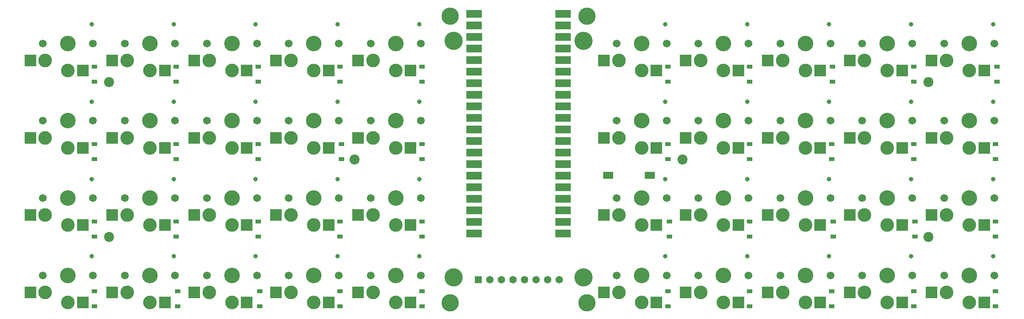
<source format=gbr>
G04 #@! TF.GenerationSoftware,KiCad,Pcbnew,(6.0.4-0)*
G04 #@! TF.CreationDate,2022-10-01T00:01:48-05:00*
G04 #@! TF.ProjectId,keezyboost40,6b65657a-7962-46f6-9f73-7434302e6b69,rev?*
G04 #@! TF.SameCoordinates,Original*
G04 #@! TF.FileFunction,Soldermask,Bot*
G04 #@! TF.FilePolarity,Negative*
%FSLAX46Y46*%
G04 Gerber Fmt 4.6, Leading zero omitted, Abs format (unit mm)*
G04 Created by KiCad (PCBNEW (6.0.4-0)) date 2022-10-01 00:01:48*
%MOMM*%
%LPD*%
G01*
G04 APERTURE LIST*
%ADD10C,3.429000*%
%ADD11C,0.990600*%
%ADD12C,1.701800*%
%ADD13C,3.000000*%
%ADD14R,2.600000X2.600000*%
%ADD15C,2.200000*%
%ADD16C,3.800000*%
%ADD17C,4.000000*%
%ADD18R,1.650000X1.650000*%
%ADD19C,1.650000*%
%ADD20R,1.200000X0.900000*%
%ADD21R,3.500000X1.700000*%
%ADD22O,1.700000X1.700000*%
%ADD23R,1.700000X1.700000*%
%ADD24R,2.180000X1.600000*%
G04 APERTURE END LIST*
D10*
X202000000Y-55000000D03*
D11*
X207220000Y-50800000D03*
D12*
X196500000Y-55000000D03*
D13*
X202000000Y-60950000D03*
D12*
X207500000Y-55000000D03*
D13*
X197000000Y-58750000D03*
D14*
X205275000Y-60950000D03*
X193725000Y-58750000D03*
D12*
X52500000Y-38000000D03*
X63500000Y-38000000D03*
D11*
X63220000Y-33800000D03*
D13*
X53000000Y-41750000D03*
D10*
X58000000Y-38000000D03*
D13*
X58000000Y-43950000D03*
D14*
X61275000Y-43950000D03*
X49725000Y-41750000D03*
D11*
X99220000Y-16800000D03*
D12*
X88500000Y-21000000D03*
X99500000Y-21000000D03*
D13*
X89000000Y-24750000D03*
D10*
X94000000Y-21000000D03*
D13*
X94000000Y-26950000D03*
D14*
X97275000Y-26950000D03*
X85725000Y-24750000D03*
D15*
X85000000Y-46500000D03*
D11*
X81220000Y-67800000D03*
D13*
X76000000Y-77950000D03*
X71000000Y-75750000D03*
D12*
X70500000Y-72000000D03*
D10*
X76000000Y-72000000D03*
D12*
X81500000Y-72000000D03*
D14*
X79275000Y-77950000D03*
X67725000Y-75750000D03*
D13*
X148000000Y-77950000D03*
D12*
X142500000Y-72000000D03*
D10*
X148000000Y-72000000D03*
D11*
X153220000Y-67800000D03*
D13*
X143000000Y-75750000D03*
D12*
X153500000Y-72000000D03*
D14*
X151275000Y-77950000D03*
X139725000Y-75750000D03*
D11*
X189220000Y-16800000D03*
D12*
X189500000Y-21000000D03*
D13*
X179000000Y-24750000D03*
D12*
X178500000Y-21000000D03*
D13*
X184000000Y-26950000D03*
D10*
X184000000Y-21000000D03*
D14*
X187275000Y-26950000D03*
X175725000Y-24750000D03*
D13*
X22000000Y-26950000D03*
X17000000Y-24750000D03*
D11*
X27220000Y-16800000D03*
D12*
X27500000Y-21000000D03*
X16500000Y-21000000D03*
D10*
X22000000Y-21000000D03*
D14*
X25275000Y-26950000D03*
X13725000Y-24750000D03*
D13*
X35000000Y-41750000D03*
X40000000Y-43950000D03*
D12*
X34500000Y-38000000D03*
D11*
X45220000Y-33800000D03*
D12*
X45500000Y-38000000D03*
D10*
X40000000Y-38000000D03*
D14*
X43275000Y-43950000D03*
X31725000Y-41750000D03*
D11*
X81220000Y-33800000D03*
D13*
X71000000Y-41750000D03*
D12*
X81500000Y-38000000D03*
D10*
X76000000Y-38000000D03*
D12*
X70500000Y-38000000D03*
D13*
X76000000Y-43950000D03*
D14*
X79275000Y-43950000D03*
X67725000Y-41750000D03*
D12*
X45500000Y-72000000D03*
D13*
X35000000Y-75750000D03*
D12*
X34500000Y-72000000D03*
D10*
X40000000Y-72000000D03*
D11*
X45220000Y-67800000D03*
D13*
X40000000Y-77950000D03*
D14*
X43275000Y-77950000D03*
X31725000Y-75750000D03*
D13*
X220000000Y-43950000D03*
D12*
X214500000Y-38000000D03*
X225500000Y-38000000D03*
D13*
X215000000Y-41750000D03*
D10*
X220000000Y-38000000D03*
D11*
X225220000Y-33800000D03*
D14*
X223275000Y-43950000D03*
X211725000Y-41750000D03*
D10*
X22000000Y-55000000D03*
D12*
X27500000Y-55000000D03*
D11*
X27220000Y-50800000D03*
D12*
X16500000Y-55000000D03*
D13*
X17000000Y-58750000D03*
X22000000Y-60950000D03*
D14*
X25275000Y-60950000D03*
X13725000Y-58750000D03*
D12*
X34500000Y-21000000D03*
D11*
X45220000Y-16800000D03*
D10*
X40000000Y-21000000D03*
D13*
X35000000Y-24750000D03*
D12*
X45500000Y-21000000D03*
D13*
X40000000Y-26950000D03*
D14*
X43275000Y-26950000D03*
X31725000Y-24750000D03*
D12*
X99500000Y-72000000D03*
X88500000Y-72000000D03*
D13*
X89000000Y-75750000D03*
D11*
X99220000Y-67800000D03*
D13*
X94000000Y-77950000D03*
D10*
X94000000Y-72000000D03*
D14*
X97275000Y-77950000D03*
X85725000Y-75750000D03*
D13*
X197000000Y-24750000D03*
D12*
X196500000Y-21000000D03*
D10*
X202000000Y-21000000D03*
D13*
X202000000Y-26950000D03*
D11*
X207220000Y-16800000D03*
D12*
X207500000Y-21000000D03*
D14*
X205275000Y-26950000D03*
X193725000Y-24750000D03*
D11*
X207220000Y-67800000D03*
D13*
X197000000Y-75750000D03*
D12*
X207500000Y-72000000D03*
X196500000Y-72000000D03*
D13*
X202000000Y-77950000D03*
D10*
X202000000Y-72000000D03*
D14*
X205275000Y-77950000D03*
X193725000Y-75750000D03*
D11*
X225220000Y-50800000D03*
D10*
X220000000Y-55000000D03*
D12*
X214500000Y-55000000D03*
D13*
X220000000Y-60950000D03*
X215000000Y-58750000D03*
D12*
X225500000Y-55000000D03*
D14*
X223275000Y-60950000D03*
X211725000Y-58750000D03*
D11*
X27220000Y-33800000D03*
D12*
X27500000Y-38000000D03*
D13*
X17000000Y-41750000D03*
D10*
X22000000Y-38000000D03*
D12*
X16500000Y-38000000D03*
D13*
X22000000Y-43950000D03*
D14*
X25275000Y-43950000D03*
X13725000Y-41750000D03*
D13*
X53000000Y-58750000D03*
D12*
X52500000Y-55000000D03*
D10*
X58000000Y-55000000D03*
D11*
X63220000Y-50800000D03*
D12*
X63500000Y-55000000D03*
D13*
X58000000Y-60950000D03*
D14*
X61275000Y-60950000D03*
X49725000Y-58750000D03*
D12*
X207500000Y-38000000D03*
D13*
X202000000Y-43950000D03*
D11*
X207220000Y-33800000D03*
D12*
X196500000Y-38000000D03*
D13*
X197000000Y-41750000D03*
D10*
X202000000Y-38000000D03*
D14*
X205275000Y-43950000D03*
X193725000Y-41750000D03*
D13*
X143000000Y-58750000D03*
D12*
X142500000Y-55000000D03*
D10*
X148000000Y-55000000D03*
D13*
X148000000Y-60950000D03*
D11*
X153220000Y-50800000D03*
D12*
X153500000Y-55000000D03*
D14*
X151275000Y-60950000D03*
X139725000Y-58750000D03*
D12*
X178500000Y-38000000D03*
D13*
X179000000Y-41750000D03*
D12*
X189500000Y-38000000D03*
D10*
X184000000Y-38000000D03*
D13*
X184000000Y-43950000D03*
D11*
X189220000Y-33800000D03*
D14*
X187275000Y-43950000D03*
X175725000Y-41750000D03*
D15*
X31000000Y-63500000D03*
D13*
X179000000Y-75750000D03*
D12*
X178500000Y-72000000D03*
D10*
X184000000Y-72000000D03*
D13*
X184000000Y-77950000D03*
D11*
X189220000Y-67800000D03*
D12*
X189500000Y-72000000D03*
D14*
X187275000Y-77950000D03*
X175725000Y-75750000D03*
D11*
X63220000Y-67800000D03*
D12*
X63500000Y-72000000D03*
D13*
X58000000Y-77950000D03*
D10*
X58000000Y-72000000D03*
D12*
X52500000Y-72000000D03*
D13*
X53000000Y-75750000D03*
D14*
X61275000Y-77950000D03*
X49725000Y-75750000D03*
D11*
X225220000Y-67800000D03*
D12*
X214500000Y-72000000D03*
X225500000Y-72000000D03*
D13*
X220000000Y-77950000D03*
X215000000Y-75750000D03*
D10*
X220000000Y-72000000D03*
D14*
X223275000Y-77950000D03*
X211725000Y-75750000D03*
D12*
X225500000Y-21000000D03*
D11*
X225220000Y-16800000D03*
D12*
X214500000Y-21000000D03*
D10*
X220000000Y-21000000D03*
D13*
X220000000Y-26950000D03*
X215000000Y-24750000D03*
D14*
X223275000Y-26950000D03*
X211725000Y-24750000D03*
D15*
X31000000Y-29500000D03*
D12*
X99500000Y-38000000D03*
D11*
X99220000Y-33800000D03*
D12*
X88500000Y-38000000D03*
D13*
X89000000Y-41750000D03*
D10*
X94000000Y-38000000D03*
D13*
X94000000Y-43950000D03*
D14*
X97275000Y-43950000D03*
X85725000Y-41750000D03*
D12*
X160500000Y-55000000D03*
D13*
X161000000Y-58750000D03*
X166000000Y-60950000D03*
D10*
X166000000Y-55000000D03*
D12*
X171500000Y-55000000D03*
D11*
X171220000Y-50800000D03*
D14*
X169275000Y-60950000D03*
X157725000Y-58750000D03*
D11*
X63220000Y-16800000D03*
D10*
X58000000Y-21000000D03*
D12*
X63500000Y-21000000D03*
D13*
X53000000Y-24750000D03*
X58000000Y-26950000D03*
D12*
X52500000Y-21000000D03*
D14*
X61275000Y-26950000D03*
X49725000Y-24750000D03*
D15*
X211000000Y-29500000D03*
X157000000Y-46500000D03*
X211000000Y-63500000D03*
D13*
X17000000Y-75750000D03*
D11*
X27220000Y-67800000D03*
D12*
X27500000Y-72000000D03*
D10*
X22000000Y-72000000D03*
D13*
X22000000Y-77950000D03*
D12*
X16500000Y-72000000D03*
D14*
X25275000Y-77950000D03*
X13725000Y-75750000D03*
D10*
X148000000Y-21000000D03*
D12*
X142500000Y-21000000D03*
D13*
X148000000Y-26950000D03*
D12*
X153500000Y-21000000D03*
D13*
X143000000Y-24750000D03*
D11*
X153220000Y-16800000D03*
D14*
X151275000Y-26950000D03*
X139725000Y-24750000D03*
D16*
X106000000Y-78000000D03*
X136000000Y-78000000D03*
D11*
X171220000Y-67800000D03*
D13*
X166000000Y-77950000D03*
X161000000Y-75750000D03*
D12*
X171500000Y-72000000D03*
X160500000Y-72000000D03*
D10*
X166000000Y-72000000D03*
D14*
X169275000Y-77950000D03*
X157725000Y-75750000D03*
D12*
X171500000Y-38000000D03*
D13*
X166000000Y-43950000D03*
D11*
X171220000Y-33800000D03*
D12*
X160500000Y-38000000D03*
D13*
X161000000Y-41750000D03*
D10*
X166000000Y-38000000D03*
D14*
X169275000Y-43950000D03*
X157725000Y-41750000D03*
D17*
X106750000Y-72450000D03*
X106750000Y-20450000D03*
X135250000Y-20450000D03*
X135250000Y-72450000D03*
D18*
X112110000Y-72950000D03*
D19*
X114650000Y-72950000D03*
X117190000Y-72950000D03*
X119730000Y-72950000D03*
X122270000Y-72950000D03*
X124810000Y-72950000D03*
X127350000Y-72950000D03*
X129890000Y-72950000D03*
D16*
X106000000Y-15000000D03*
D10*
X166000000Y-21000000D03*
D12*
X160500000Y-21000000D03*
X171500000Y-21000000D03*
D13*
X166000000Y-26950000D03*
D11*
X171220000Y-16800000D03*
D13*
X161000000Y-24750000D03*
D14*
X169275000Y-26950000D03*
X157725000Y-24750000D03*
D10*
X76000000Y-21000000D03*
D11*
X81220000Y-16800000D03*
D13*
X71000000Y-24750000D03*
D12*
X70500000Y-21000000D03*
D13*
X76000000Y-26950000D03*
D12*
X81500000Y-21000000D03*
D14*
X79275000Y-26950000D03*
X67725000Y-24750000D03*
D13*
X179000000Y-58750000D03*
D11*
X189220000Y-50800000D03*
D10*
X184000000Y-55000000D03*
D12*
X178500000Y-55000000D03*
D13*
X184000000Y-60950000D03*
D12*
X189500000Y-55000000D03*
D14*
X187275000Y-60950000D03*
X175725000Y-58750000D03*
D11*
X81220000Y-50800000D03*
D13*
X71000000Y-58750000D03*
D12*
X70500000Y-55000000D03*
D10*
X76000000Y-55000000D03*
D13*
X76000000Y-60950000D03*
D12*
X81500000Y-55000000D03*
D14*
X79275000Y-60950000D03*
X67725000Y-58750000D03*
D13*
X40000000Y-60950000D03*
D12*
X45500000Y-55000000D03*
D10*
X40000000Y-55000000D03*
D13*
X35000000Y-58750000D03*
D11*
X45220000Y-50800000D03*
D12*
X34500000Y-55000000D03*
D14*
X43275000Y-60950000D03*
X31725000Y-58750000D03*
D16*
X136000000Y-15000000D03*
D13*
X89000000Y-58750000D03*
D11*
X99220000Y-50800000D03*
D12*
X99500000Y-55000000D03*
D13*
X94000000Y-60950000D03*
D12*
X88500000Y-55000000D03*
D10*
X94000000Y-55000000D03*
D14*
X97275000Y-60950000D03*
X85725000Y-58750000D03*
D13*
X143000000Y-41750000D03*
D10*
X148000000Y-38000000D03*
D11*
X153220000Y-33800000D03*
D13*
X148000000Y-43950000D03*
D12*
X153500000Y-38000000D03*
X142500000Y-38000000D03*
D14*
X151275000Y-43950000D03*
X139725000Y-41750000D03*
D20*
X225775100Y-63450000D03*
X225775100Y-60150000D03*
X207775100Y-29450000D03*
X207775100Y-26150000D03*
X63775100Y-46450000D03*
X63775100Y-43150000D03*
X171775100Y-75450000D03*
X171775100Y-78750000D03*
X27775100Y-63450000D03*
X27775100Y-60150000D03*
X99775100Y-75450000D03*
X99775100Y-78750000D03*
X99775100Y-46450000D03*
X99775100Y-43150000D03*
X64100000Y-75450000D03*
X64100000Y-78750000D03*
X63775100Y-29450000D03*
X63775100Y-26150000D03*
X27775100Y-29450000D03*
X27775100Y-26150000D03*
X207775100Y-75450000D03*
X207775100Y-78750000D03*
D21*
X130790000Y-14520000D03*
D22*
X129890000Y-14520000D03*
X129890000Y-17060000D03*
D21*
X130790000Y-17060000D03*
D23*
X129890000Y-19600000D03*
D21*
X130790000Y-19600000D03*
D22*
X129890000Y-22140000D03*
D21*
X130790000Y-22140000D03*
X130790000Y-24680000D03*
D22*
X129890000Y-24680000D03*
D21*
X130790000Y-27220000D03*
D22*
X129890000Y-27220000D03*
D21*
X130790000Y-29760000D03*
D22*
X129890000Y-29760000D03*
D23*
X129890000Y-32300000D03*
D21*
X130790000Y-32300000D03*
X130790000Y-34840000D03*
D22*
X129890000Y-34840000D03*
X129890000Y-37380000D03*
D21*
X130790000Y-37380000D03*
X130790000Y-39920000D03*
D22*
X129890000Y-39920000D03*
X129890000Y-42460000D03*
D21*
X130790000Y-42460000D03*
X130790000Y-45000000D03*
D23*
X129890000Y-45000000D03*
D21*
X130790000Y-47540000D03*
D22*
X129890000Y-47540000D03*
X129890000Y-50080000D03*
D21*
X130790000Y-50080000D03*
D22*
X129890000Y-52620000D03*
D21*
X130790000Y-52620000D03*
D22*
X129890000Y-55160000D03*
D21*
X130790000Y-55160000D03*
X130790000Y-57700000D03*
D23*
X129890000Y-57700000D03*
D21*
X130790000Y-60240000D03*
D22*
X129890000Y-60240000D03*
X129890000Y-62780000D03*
D21*
X130790000Y-62780000D03*
D22*
X112110000Y-62780000D03*
D21*
X111210000Y-62780000D03*
D22*
X112110000Y-60240000D03*
D21*
X111210000Y-60240000D03*
D23*
X112110000Y-57700000D03*
D21*
X111210000Y-57700000D03*
D22*
X112110000Y-55160000D03*
D21*
X111210000Y-55160000D03*
X111210000Y-52620000D03*
D22*
X112110000Y-52620000D03*
D21*
X111210000Y-50080000D03*
D22*
X112110000Y-50080000D03*
D21*
X111210000Y-47540000D03*
D22*
X112110000Y-47540000D03*
D23*
X112110000Y-45000000D03*
D21*
X111210000Y-45000000D03*
D22*
X112110000Y-42460000D03*
D21*
X111210000Y-42460000D03*
X111210000Y-39920000D03*
D22*
X112110000Y-39920000D03*
D21*
X111210000Y-37380000D03*
D22*
X112110000Y-37380000D03*
X112110000Y-34840000D03*
D21*
X111210000Y-34840000D03*
D23*
X112110000Y-32300000D03*
D21*
X111210000Y-32300000D03*
X111210000Y-29760000D03*
D22*
X112110000Y-29760000D03*
D21*
X111210000Y-27220000D03*
D22*
X112110000Y-27220000D03*
X112110000Y-24680000D03*
D21*
X111210000Y-24680000D03*
D22*
X112110000Y-22140000D03*
D21*
X111210000Y-22140000D03*
D23*
X112110000Y-19600000D03*
D21*
X111210000Y-19600000D03*
X111210000Y-17060000D03*
D22*
X112110000Y-17060000D03*
D21*
X111210000Y-14520000D03*
D22*
X112110000Y-14520000D03*
D20*
X45775100Y-63450000D03*
X45775100Y-60150000D03*
X153775100Y-46450000D03*
X153775100Y-43150000D03*
X45775100Y-29450000D03*
X45775100Y-26150000D03*
X225775100Y-46450000D03*
X225775100Y-43150000D03*
X81775100Y-29450000D03*
X81775100Y-26150000D03*
X208100000Y-63450000D03*
X208100000Y-60150000D03*
X153775100Y-75450000D03*
X153775100Y-78750000D03*
X99775100Y-29450000D03*
X99775100Y-26150000D03*
X27775100Y-46450000D03*
X27775100Y-43150000D03*
X81775100Y-63450000D03*
X81775100Y-60150000D03*
X226100000Y-29450000D03*
X226100000Y-26150000D03*
X46100000Y-75450000D03*
X46100000Y-78750000D03*
X82100000Y-46450000D03*
X82100000Y-43150000D03*
X171775100Y-46450000D03*
X171775100Y-43150000D03*
X189775100Y-46450000D03*
X189775100Y-43150000D03*
D24*
X140666250Y-50006250D03*
X149846250Y-50006250D03*
D20*
X171775100Y-29450000D03*
X171775100Y-26150000D03*
X153775100Y-29450000D03*
X153775100Y-26150000D03*
X171775100Y-63450000D03*
X171775100Y-60150000D03*
X63775100Y-63450000D03*
X63775100Y-60150000D03*
X189775100Y-75450000D03*
X189775100Y-78750000D03*
X225775100Y-75450000D03*
X225775100Y-78750000D03*
X154100000Y-63450000D03*
X154100000Y-60150000D03*
X99775100Y-63450000D03*
X99775100Y-60150000D03*
X45775100Y-46450000D03*
X45775100Y-43150000D03*
X27775100Y-75450000D03*
X27775100Y-78750000D03*
X189925100Y-29450000D03*
X189925100Y-26150000D03*
X81775100Y-75450000D03*
X81775100Y-78750000D03*
X207775100Y-46450000D03*
X207775100Y-43150000D03*
X190100000Y-63450000D03*
X190100000Y-60150000D03*
M02*

</source>
